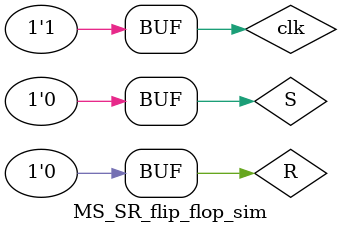
<source format=v>
`timescale 1ns / 1ps

module MS_SR_flip_flop_sim();
// Inputs
  reg S;
  reg clk;
  reg R;
// Outputs
  wire mid_Q;
  wire Q;
  wire Qbar;
  // Instantiate the Unit Under Test (UUT)
  MS_SR_flip_flop uut(
    .S(S), 
    .clk(clk), 
    .R(R), 
    .mid_Q(mid_Q), 
    .Q(Q), 
    .Qbar(Qbar)
  );
  initial begin
  // Initialize Inputs
    S = 0;
    clk = 0;
    R = 0;
    S=0;R=0;#25;S=1;R=0;#25;
    S=0;R=1;#100;S=1;R=0;#100;
    S=0;R=0;#100;S=0;R=1;#100;
    S=1;R=1;#100;S=0;R=0;#100;
    S=1;R=0;#10;
    S=0;#5;R=1;#10;
    S=0;R=0;#25;R=1;#5;
    R=0;#5;S=0;R=0;#40;
    S=1;#10;S=0;#50;
    R=1;#10;R=0;
  end

 always begin
    clk=0;#50;
    clk=1;#50;
 end
endmodule
</source>
